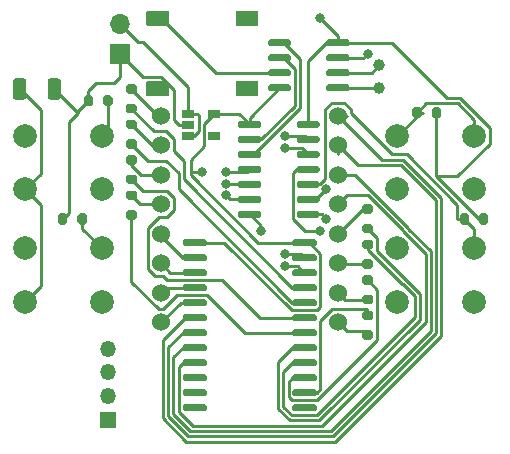
<source format=gtl>
G04 #@! TF.GenerationSoftware,KiCad,Pcbnew,5.1.10*
G04 #@! TF.CreationDate,2021-12-21T05:37:38-06:00*
G04 #@! TF.ProjectId,notawatch,6e6f7461-7761-4746-9368-2e6b69636164,rev?*
G04 #@! TF.SameCoordinates,Original*
G04 #@! TF.FileFunction,Copper,L1,Top*
G04 #@! TF.FilePolarity,Positive*
%FSLAX46Y46*%
G04 Gerber Fmt 4.6, Leading zero omitted, Abs format (unit mm)*
G04 Created by KiCad (PCBNEW 5.1.10) date 2021-12-21 05:37:38*
%MOMM*%
%LPD*%
G01*
G04 APERTURE LIST*
G04 #@! TA.AperFunction,SMDPad,CuDef*
%ADD10C,0.100000*%
G04 #@! TD*
G04 #@! TA.AperFunction,ComponentPad*
%ADD11O,1.350000X1.350000*%
G04 #@! TD*
G04 #@! TA.AperFunction,ComponentPad*
%ADD12R,1.350000X1.350000*%
G04 #@! TD*
G04 #@! TA.AperFunction,ComponentPad*
%ADD13C,1.000000*%
G04 #@! TD*
G04 #@! TA.AperFunction,ComponentPad*
%ADD14C,1.524000*%
G04 #@! TD*
G04 #@! TA.AperFunction,ComponentPad*
%ADD15C,2.000000*%
G04 #@! TD*
G04 #@! TA.AperFunction,SMDPad,CuDef*
%ADD16R,1.060000X0.650000*%
G04 #@! TD*
G04 #@! TA.AperFunction,ComponentPad*
%ADD17R,1.700000X1.700000*%
G04 #@! TD*
G04 #@! TA.AperFunction,ComponentPad*
%ADD18O,1.700000X1.700000*%
G04 #@! TD*
G04 #@! TA.AperFunction,ViaPad*
%ADD19C,0.800000*%
G04 #@! TD*
G04 #@! TA.AperFunction,Conductor*
%ADD20C,0.250000*%
G04 #@! TD*
G04 APERTURE END LIST*
G04 #@! TA.AperFunction,SMDPad,CuDef*
D10*
G36*
X152689755Y-91350961D02*
G01*
X152699134Y-91353806D01*
X152707779Y-91358427D01*
X152715355Y-91364645D01*
X152721573Y-91372221D01*
X152726194Y-91380866D01*
X152729039Y-91390245D01*
X152730000Y-91400000D01*
X152730000Y-92550000D01*
X152729039Y-92559755D01*
X152726194Y-92569134D01*
X152721573Y-92577779D01*
X152715355Y-92585355D01*
X152707779Y-92591573D01*
X152699134Y-92596194D01*
X152689755Y-92599039D01*
X152680000Y-92600000D01*
X150900000Y-92600000D01*
X150890245Y-92599039D01*
X150880866Y-92596194D01*
X150872221Y-92591573D01*
X150864645Y-92585355D01*
X150858427Y-92577779D01*
X150853806Y-92569134D01*
X150850961Y-92559755D01*
X150850000Y-92550000D01*
X150850000Y-91400000D01*
X150850961Y-91390245D01*
X150853806Y-91380866D01*
X150858427Y-91372221D01*
X150864645Y-91364645D01*
X150872221Y-91358427D01*
X150880866Y-91353806D01*
X150890245Y-91350961D01*
X150900000Y-91350000D01*
X152680000Y-91350000D01*
X152689755Y-91350961D01*
G37*
G04 #@! TD.AperFunction*
G04 #@! TA.AperFunction,SMDPad,CuDef*
G36*
X152689755Y-85400961D02*
G01*
X152699134Y-85403806D01*
X152707779Y-85408427D01*
X152715355Y-85414645D01*
X152721573Y-85422221D01*
X152726194Y-85430866D01*
X152729039Y-85440245D01*
X152730000Y-85450000D01*
X152730000Y-86600000D01*
X152729039Y-86609755D01*
X152726194Y-86619134D01*
X152721573Y-86627779D01*
X152715355Y-86635355D01*
X152707779Y-86641573D01*
X152699134Y-86646194D01*
X152689755Y-86649039D01*
X152680000Y-86650000D01*
X150900000Y-86650000D01*
X150890245Y-86649039D01*
X150880866Y-86646194D01*
X150872221Y-86641573D01*
X150864645Y-86635355D01*
X150858427Y-86627779D01*
X150853806Y-86619134D01*
X150850961Y-86609755D01*
X150850000Y-86600000D01*
X150850000Y-85450000D01*
X150850961Y-85440245D01*
X150853806Y-85430866D01*
X150858427Y-85422221D01*
X150864645Y-85414645D01*
X150872221Y-85408427D01*
X150880866Y-85403806D01*
X150890245Y-85400961D01*
X150900000Y-85400000D01*
X152680000Y-85400000D01*
X152689755Y-85400961D01*
G37*
G04 #@! TD.AperFunction*
G04 #@! TA.AperFunction,SMDPad,CuDef*
G36*
X145109755Y-91350961D02*
G01*
X145119134Y-91353806D01*
X145127779Y-91358427D01*
X145135355Y-91364645D01*
X145141573Y-91372221D01*
X145146194Y-91380866D01*
X145149039Y-91390245D01*
X145150000Y-91400000D01*
X145150000Y-92550000D01*
X145149039Y-92559755D01*
X145146194Y-92569134D01*
X145141573Y-92577779D01*
X145135355Y-92585355D01*
X145127779Y-92591573D01*
X145119134Y-92596194D01*
X145109755Y-92599039D01*
X145100000Y-92600000D01*
X143320000Y-92600000D01*
X143310245Y-92599039D01*
X143300866Y-92596194D01*
X143292221Y-92591573D01*
X143284645Y-92585355D01*
X143278427Y-92577779D01*
X143273806Y-92569134D01*
X143270961Y-92559755D01*
X143270000Y-92550000D01*
X143270000Y-91400000D01*
X143270961Y-91390245D01*
X143273806Y-91380866D01*
X143278427Y-91372221D01*
X143284645Y-91364645D01*
X143292221Y-91358427D01*
X143300866Y-91353806D01*
X143310245Y-91350961D01*
X143320000Y-91350000D01*
X145100000Y-91350000D01*
X145109755Y-91350961D01*
G37*
G04 #@! TD.AperFunction*
G04 #@! TA.AperFunction,SMDPad,CuDef*
G36*
X145109755Y-85400961D02*
G01*
X145119134Y-85403806D01*
X145127779Y-85408427D01*
X145135355Y-85414645D01*
X145141573Y-85422221D01*
X145146194Y-85430866D01*
X145149039Y-85440245D01*
X145150000Y-85450000D01*
X145150000Y-86600000D01*
X145149039Y-86609755D01*
X145146194Y-86619134D01*
X145141573Y-86627779D01*
X145135355Y-86635355D01*
X145127779Y-86641573D01*
X145119134Y-86646194D01*
X145109755Y-86649039D01*
X145100000Y-86650000D01*
X143320000Y-86650000D01*
X143310245Y-86649039D01*
X143300866Y-86646194D01*
X143292221Y-86641573D01*
X143284645Y-86635355D01*
X143278427Y-86627779D01*
X143273806Y-86619134D01*
X143270961Y-86609755D01*
X143270000Y-86600000D01*
X143270000Y-85450000D01*
X143270961Y-85440245D01*
X143273806Y-85430866D01*
X143278427Y-85422221D01*
X143284645Y-85414645D01*
X143292221Y-85408427D01*
X143300866Y-85403806D01*
X143310245Y-85400961D01*
X143320000Y-85400000D01*
X145100000Y-85400000D01*
X145109755Y-85400961D01*
G37*
G04 #@! TD.AperFunction*
G04 #@! TA.AperFunction,SMDPad,CuDef*
G36*
G01*
X131950000Y-92650001D02*
X131950000Y-91349999D01*
G75*
G02*
X132199999Y-91100000I249999J0D01*
G01*
X132850001Y-91100000D01*
G75*
G02*
X133100000Y-91349999I0J-249999D01*
G01*
X133100000Y-92650001D01*
G75*
G02*
X132850001Y-92900000I-249999J0D01*
G01*
X132199999Y-92900000D01*
G75*
G02*
X131950000Y-92650001I0J249999D01*
G01*
G37*
G04 #@! TD.AperFunction*
G04 #@! TA.AperFunction,SMDPad,CuDef*
G36*
G01*
X134900000Y-92650001D02*
X134900000Y-91349999D01*
G75*
G02*
X135149999Y-91100000I249999J0D01*
G01*
X135800001Y-91100000D01*
G75*
G02*
X136050000Y-91349999I0J-249999D01*
G01*
X136050000Y-92650001D01*
G75*
G02*
X135800001Y-92900000I-249999J0D01*
G01*
X135149999Y-92900000D01*
G75*
G02*
X134900000Y-92650001I0J249999D01*
G01*
G37*
G04 #@! TD.AperFunction*
D11*
X140000000Y-114000000D03*
X140000000Y-116000000D03*
X140000000Y-118000000D03*
D12*
X140000000Y-120000000D03*
G04 #@! TA.AperFunction,SMDPad,CuDef*
G36*
G01*
X155975000Y-95150000D02*
X155975000Y-94850000D01*
G75*
G02*
X156125000Y-94700000I150000J0D01*
G01*
X157775000Y-94700000D01*
G75*
G02*
X157925000Y-94850000I0J-150000D01*
G01*
X157925000Y-95150000D01*
G75*
G02*
X157775000Y-95300000I-150000J0D01*
G01*
X156125000Y-95300000D01*
G75*
G02*
X155975000Y-95150000I0J150000D01*
G01*
G37*
G04 #@! TD.AperFunction*
G04 #@! TA.AperFunction,SMDPad,CuDef*
G36*
G01*
X155975000Y-96420000D02*
X155975000Y-96120000D01*
G75*
G02*
X156125000Y-95970000I150000J0D01*
G01*
X157775000Y-95970000D01*
G75*
G02*
X157925000Y-96120000I0J-150000D01*
G01*
X157925000Y-96420000D01*
G75*
G02*
X157775000Y-96570000I-150000J0D01*
G01*
X156125000Y-96570000D01*
G75*
G02*
X155975000Y-96420000I0J150000D01*
G01*
G37*
G04 #@! TD.AperFunction*
G04 #@! TA.AperFunction,SMDPad,CuDef*
G36*
G01*
X155975000Y-97690000D02*
X155975000Y-97390000D01*
G75*
G02*
X156125000Y-97240000I150000J0D01*
G01*
X157775000Y-97240000D01*
G75*
G02*
X157925000Y-97390000I0J-150000D01*
G01*
X157925000Y-97690000D01*
G75*
G02*
X157775000Y-97840000I-150000J0D01*
G01*
X156125000Y-97840000D01*
G75*
G02*
X155975000Y-97690000I0J150000D01*
G01*
G37*
G04 #@! TD.AperFunction*
G04 #@! TA.AperFunction,SMDPad,CuDef*
G36*
G01*
X155975000Y-98960000D02*
X155975000Y-98660000D01*
G75*
G02*
X156125000Y-98510000I150000J0D01*
G01*
X157775000Y-98510000D01*
G75*
G02*
X157925000Y-98660000I0J-150000D01*
G01*
X157925000Y-98960000D01*
G75*
G02*
X157775000Y-99110000I-150000J0D01*
G01*
X156125000Y-99110000D01*
G75*
G02*
X155975000Y-98960000I0J150000D01*
G01*
G37*
G04 #@! TD.AperFunction*
G04 #@! TA.AperFunction,SMDPad,CuDef*
G36*
G01*
X155975000Y-100230000D02*
X155975000Y-99930000D01*
G75*
G02*
X156125000Y-99780000I150000J0D01*
G01*
X157775000Y-99780000D01*
G75*
G02*
X157925000Y-99930000I0J-150000D01*
G01*
X157925000Y-100230000D01*
G75*
G02*
X157775000Y-100380000I-150000J0D01*
G01*
X156125000Y-100380000D01*
G75*
G02*
X155975000Y-100230000I0J150000D01*
G01*
G37*
G04 #@! TD.AperFunction*
G04 #@! TA.AperFunction,SMDPad,CuDef*
G36*
G01*
X155975000Y-101500000D02*
X155975000Y-101200000D01*
G75*
G02*
X156125000Y-101050000I150000J0D01*
G01*
X157775000Y-101050000D01*
G75*
G02*
X157925000Y-101200000I0J-150000D01*
G01*
X157925000Y-101500000D01*
G75*
G02*
X157775000Y-101650000I-150000J0D01*
G01*
X156125000Y-101650000D01*
G75*
G02*
X155975000Y-101500000I0J150000D01*
G01*
G37*
G04 #@! TD.AperFunction*
G04 #@! TA.AperFunction,SMDPad,CuDef*
G36*
G01*
X155975000Y-102770000D02*
X155975000Y-102470000D01*
G75*
G02*
X156125000Y-102320000I150000J0D01*
G01*
X157775000Y-102320000D01*
G75*
G02*
X157925000Y-102470000I0J-150000D01*
G01*
X157925000Y-102770000D01*
G75*
G02*
X157775000Y-102920000I-150000J0D01*
G01*
X156125000Y-102920000D01*
G75*
G02*
X155975000Y-102770000I0J150000D01*
G01*
G37*
G04 #@! TD.AperFunction*
G04 #@! TA.AperFunction,SMDPad,CuDef*
G36*
G01*
X151025000Y-102770000D02*
X151025000Y-102470000D01*
G75*
G02*
X151175000Y-102320000I150000J0D01*
G01*
X152825000Y-102320000D01*
G75*
G02*
X152975000Y-102470000I0J-150000D01*
G01*
X152975000Y-102770000D01*
G75*
G02*
X152825000Y-102920000I-150000J0D01*
G01*
X151175000Y-102920000D01*
G75*
G02*
X151025000Y-102770000I0J150000D01*
G01*
G37*
G04 #@! TD.AperFunction*
G04 #@! TA.AperFunction,SMDPad,CuDef*
G36*
G01*
X151025000Y-101500000D02*
X151025000Y-101200000D01*
G75*
G02*
X151175000Y-101050000I150000J0D01*
G01*
X152825000Y-101050000D01*
G75*
G02*
X152975000Y-101200000I0J-150000D01*
G01*
X152975000Y-101500000D01*
G75*
G02*
X152825000Y-101650000I-150000J0D01*
G01*
X151175000Y-101650000D01*
G75*
G02*
X151025000Y-101500000I0J150000D01*
G01*
G37*
G04 #@! TD.AperFunction*
G04 #@! TA.AperFunction,SMDPad,CuDef*
G36*
G01*
X151025000Y-100230000D02*
X151025000Y-99930000D01*
G75*
G02*
X151175000Y-99780000I150000J0D01*
G01*
X152825000Y-99780000D01*
G75*
G02*
X152975000Y-99930000I0J-150000D01*
G01*
X152975000Y-100230000D01*
G75*
G02*
X152825000Y-100380000I-150000J0D01*
G01*
X151175000Y-100380000D01*
G75*
G02*
X151025000Y-100230000I0J150000D01*
G01*
G37*
G04 #@! TD.AperFunction*
G04 #@! TA.AperFunction,SMDPad,CuDef*
G36*
G01*
X151025000Y-98960000D02*
X151025000Y-98660000D01*
G75*
G02*
X151175000Y-98510000I150000J0D01*
G01*
X152825000Y-98510000D01*
G75*
G02*
X152975000Y-98660000I0J-150000D01*
G01*
X152975000Y-98960000D01*
G75*
G02*
X152825000Y-99110000I-150000J0D01*
G01*
X151175000Y-99110000D01*
G75*
G02*
X151025000Y-98960000I0J150000D01*
G01*
G37*
G04 #@! TD.AperFunction*
G04 #@! TA.AperFunction,SMDPad,CuDef*
G36*
G01*
X151025000Y-97690000D02*
X151025000Y-97390000D01*
G75*
G02*
X151175000Y-97240000I150000J0D01*
G01*
X152825000Y-97240000D01*
G75*
G02*
X152975000Y-97390000I0J-150000D01*
G01*
X152975000Y-97690000D01*
G75*
G02*
X152825000Y-97840000I-150000J0D01*
G01*
X151175000Y-97840000D01*
G75*
G02*
X151025000Y-97690000I0J150000D01*
G01*
G37*
G04 #@! TD.AperFunction*
G04 #@! TA.AperFunction,SMDPad,CuDef*
G36*
G01*
X151025000Y-96420000D02*
X151025000Y-96120000D01*
G75*
G02*
X151175000Y-95970000I150000J0D01*
G01*
X152825000Y-95970000D01*
G75*
G02*
X152975000Y-96120000I0J-150000D01*
G01*
X152975000Y-96420000D01*
G75*
G02*
X152825000Y-96570000I-150000J0D01*
G01*
X151175000Y-96570000D01*
G75*
G02*
X151025000Y-96420000I0J150000D01*
G01*
G37*
G04 #@! TD.AperFunction*
G04 #@! TA.AperFunction,SMDPad,CuDef*
G36*
G01*
X151025000Y-95150000D02*
X151025000Y-94850000D01*
G75*
G02*
X151175000Y-94700000I150000J0D01*
G01*
X152825000Y-94700000D01*
G75*
G02*
X152975000Y-94850000I0J-150000D01*
G01*
X152975000Y-95150000D01*
G75*
G02*
X152825000Y-95300000I-150000J0D01*
G01*
X151175000Y-95300000D01*
G75*
G02*
X151025000Y-95150000I0J150000D01*
G01*
G37*
G04 #@! TD.AperFunction*
D13*
X163000000Y-90000000D03*
X163000000Y-91900000D03*
D14*
X159500000Y-111750000D03*
X159500000Y-109250000D03*
X159500000Y-106750000D03*
X159500000Y-104250000D03*
X159500000Y-94250000D03*
X159500000Y-96750000D03*
X159500000Y-99250000D03*
X159500000Y-101750000D03*
X144500000Y-111750000D03*
X144500000Y-109250000D03*
X144500000Y-106750000D03*
X144500000Y-94250000D03*
X144500000Y-96750000D03*
X144500000Y-99250000D03*
X144500000Y-104250000D03*
X144500000Y-101750000D03*
G04 #@! TA.AperFunction,SMDPad,CuDef*
G36*
G01*
X155625000Y-105165000D02*
X155625000Y-104865000D01*
G75*
G02*
X155775000Y-104715000I150000J0D01*
G01*
X157525000Y-104715000D01*
G75*
G02*
X157675000Y-104865000I0J-150000D01*
G01*
X157675000Y-105165000D01*
G75*
G02*
X157525000Y-105315000I-150000J0D01*
G01*
X155775000Y-105315000D01*
G75*
G02*
X155625000Y-105165000I0J150000D01*
G01*
G37*
G04 #@! TD.AperFunction*
G04 #@! TA.AperFunction,SMDPad,CuDef*
G36*
G01*
X155625000Y-106435000D02*
X155625000Y-106135000D01*
G75*
G02*
X155775000Y-105985000I150000J0D01*
G01*
X157525000Y-105985000D01*
G75*
G02*
X157675000Y-106135000I0J-150000D01*
G01*
X157675000Y-106435000D01*
G75*
G02*
X157525000Y-106585000I-150000J0D01*
G01*
X155775000Y-106585000D01*
G75*
G02*
X155625000Y-106435000I0J150000D01*
G01*
G37*
G04 #@! TD.AperFunction*
G04 #@! TA.AperFunction,SMDPad,CuDef*
G36*
G01*
X155625000Y-107705000D02*
X155625000Y-107405000D01*
G75*
G02*
X155775000Y-107255000I150000J0D01*
G01*
X157525000Y-107255000D01*
G75*
G02*
X157675000Y-107405000I0J-150000D01*
G01*
X157675000Y-107705000D01*
G75*
G02*
X157525000Y-107855000I-150000J0D01*
G01*
X155775000Y-107855000D01*
G75*
G02*
X155625000Y-107705000I0J150000D01*
G01*
G37*
G04 #@! TD.AperFunction*
G04 #@! TA.AperFunction,SMDPad,CuDef*
G36*
G01*
X155625000Y-108975000D02*
X155625000Y-108675000D01*
G75*
G02*
X155775000Y-108525000I150000J0D01*
G01*
X157525000Y-108525000D01*
G75*
G02*
X157675000Y-108675000I0J-150000D01*
G01*
X157675000Y-108975000D01*
G75*
G02*
X157525000Y-109125000I-150000J0D01*
G01*
X155775000Y-109125000D01*
G75*
G02*
X155625000Y-108975000I0J150000D01*
G01*
G37*
G04 #@! TD.AperFunction*
G04 #@! TA.AperFunction,SMDPad,CuDef*
G36*
G01*
X155625000Y-110245000D02*
X155625000Y-109945000D01*
G75*
G02*
X155775000Y-109795000I150000J0D01*
G01*
X157525000Y-109795000D01*
G75*
G02*
X157675000Y-109945000I0J-150000D01*
G01*
X157675000Y-110245000D01*
G75*
G02*
X157525000Y-110395000I-150000J0D01*
G01*
X155775000Y-110395000D01*
G75*
G02*
X155625000Y-110245000I0J150000D01*
G01*
G37*
G04 #@! TD.AperFunction*
G04 #@! TA.AperFunction,SMDPad,CuDef*
G36*
G01*
X155625000Y-111515000D02*
X155625000Y-111215000D01*
G75*
G02*
X155775000Y-111065000I150000J0D01*
G01*
X157525000Y-111065000D01*
G75*
G02*
X157675000Y-111215000I0J-150000D01*
G01*
X157675000Y-111515000D01*
G75*
G02*
X157525000Y-111665000I-150000J0D01*
G01*
X155775000Y-111665000D01*
G75*
G02*
X155625000Y-111515000I0J150000D01*
G01*
G37*
G04 #@! TD.AperFunction*
G04 #@! TA.AperFunction,SMDPad,CuDef*
G36*
G01*
X155625000Y-112785000D02*
X155625000Y-112485000D01*
G75*
G02*
X155775000Y-112335000I150000J0D01*
G01*
X157525000Y-112335000D01*
G75*
G02*
X157675000Y-112485000I0J-150000D01*
G01*
X157675000Y-112785000D01*
G75*
G02*
X157525000Y-112935000I-150000J0D01*
G01*
X155775000Y-112935000D01*
G75*
G02*
X155625000Y-112785000I0J150000D01*
G01*
G37*
G04 #@! TD.AperFunction*
G04 #@! TA.AperFunction,SMDPad,CuDef*
G36*
G01*
X155625000Y-114055000D02*
X155625000Y-113755000D01*
G75*
G02*
X155775000Y-113605000I150000J0D01*
G01*
X157525000Y-113605000D01*
G75*
G02*
X157675000Y-113755000I0J-150000D01*
G01*
X157675000Y-114055000D01*
G75*
G02*
X157525000Y-114205000I-150000J0D01*
G01*
X155775000Y-114205000D01*
G75*
G02*
X155625000Y-114055000I0J150000D01*
G01*
G37*
G04 #@! TD.AperFunction*
G04 #@! TA.AperFunction,SMDPad,CuDef*
G36*
G01*
X155625000Y-115325000D02*
X155625000Y-115025000D01*
G75*
G02*
X155775000Y-114875000I150000J0D01*
G01*
X157525000Y-114875000D01*
G75*
G02*
X157675000Y-115025000I0J-150000D01*
G01*
X157675000Y-115325000D01*
G75*
G02*
X157525000Y-115475000I-150000J0D01*
G01*
X155775000Y-115475000D01*
G75*
G02*
X155625000Y-115325000I0J150000D01*
G01*
G37*
G04 #@! TD.AperFunction*
G04 #@! TA.AperFunction,SMDPad,CuDef*
G36*
G01*
X155625000Y-116595000D02*
X155625000Y-116295000D01*
G75*
G02*
X155775000Y-116145000I150000J0D01*
G01*
X157525000Y-116145000D01*
G75*
G02*
X157675000Y-116295000I0J-150000D01*
G01*
X157675000Y-116595000D01*
G75*
G02*
X157525000Y-116745000I-150000J0D01*
G01*
X155775000Y-116745000D01*
G75*
G02*
X155625000Y-116595000I0J150000D01*
G01*
G37*
G04 #@! TD.AperFunction*
G04 #@! TA.AperFunction,SMDPad,CuDef*
G36*
G01*
X155625000Y-117865000D02*
X155625000Y-117565000D01*
G75*
G02*
X155775000Y-117415000I150000J0D01*
G01*
X157525000Y-117415000D01*
G75*
G02*
X157675000Y-117565000I0J-150000D01*
G01*
X157675000Y-117865000D01*
G75*
G02*
X157525000Y-118015000I-150000J0D01*
G01*
X155775000Y-118015000D01*
G75*
G02*
X155625000Y-117865000I0J150000D01*
G01*
G37*
G04 #@! TD.AperFunction*
G04 #@! TA.AperFunction,SMDPad,CuDef*
G36*
G01*
X155625000Y-119135000D02*
X155625000Y-118835000D01*
G75*
G02*
X155775000Y-118685000I150000J0D01*
G01*
X157525000Y-118685000D01*
G75*
G02*
X157675000Y-118835000I0J-150000D01*
G01*
X157675000Y-119135000D01*
G75*
G02*
X157525000Y-119285000I-150000J0D01*
G01*
X155775000Y-119285000D01*
G75*
G02*
X155625000Y-119135000I0J150000D01*
G01*
G37*
G04 #@! TD.AperFunction*
G04 #@! TA.AperFunction,SMDPad,CuDef*
G36*
G01*
X146325000Y-119135000D02*
X146325000Y-118835000D01*
G75*
G02*
X146475000Y-118685000I150000J0D01*
G01*
X148225000Y-118685000D01*
G75*
G02*
X148375000Y-118835000I0J-150000D01*
G01*
X148375000Y-119135000D01*
G75*
G02*
X148225000Y-119285000I-150000J0D01*
G01*
X146475000Y-119285000D01*
G75*
G02*
X146325000Y-119135000I0J150000D01*
G01*
G37*
G04 #@! TD.AperFunction*
G04 #@! TA.AperFunction,SMDPad,CuDef*
G36*
G01*
X146325000Y-117865000D02*
X146325000Y-117565000D01*
G75*
G02*
X146475000Y-117415000I150000J0D01*
G01*
X148225000Y-117415000D01*
G75*
G02*
X148375000Y-117565000I0J-150000D01*
G01*
X148375000Y-117865000D01*
G75*
G02*
X148225000Y-118015000I-150000J0D01*
G01*
X146475000Y-118015000D01*
G75*
G02*
X146325000Y-117865000I0J150000D01*
G01*
G37*
G04 #@! TD.AperFunction*
G04 #@! TA.AperFunction,SMDPad,CuDef*
G36*
G01*
X146325000Y-116595000D02*
X146325000Y-116295000D01*
G75*
G02*
X146475000Y-116145000I150000J0D01*
G01*
X148225000Y-116145000D01*
G75*
G02*
X148375000Y-116295000I0J-150000D01*
G01*
X148375000Y-116595000D01*
G75*
G02*
X148225000Y-116745000I-150000J0D01*
G01*
X146475000Y-116745000D01*
G75*
G02*
X146325000Y-116595000I0J150000D01*
G01*
G37*
G04 #@! TD.AperFunction*
G04 #@! TA.AperFunction,SMDPad,CuDef*
G36*
G01*
X146325000Y-115325000D02*
X146325000Y-115025000D01*
G75*
G02*
X146475000Y-114875000I150000J0D01*
G01*
X148225000Y-114875000D01*
G75*
G02*
X148375000Y-115025000I0J-150000D01*
G01*
X148375000Y-115325000D01*
G75*
G02*
X148225000Y-115475000I-150000J0D01*
G01*
X146475000Y-115475000D01*
G75*
G02*
X146325000Y-115325000I0J150000D01*
G01*
G37*
G04 #@! TD.AperFunction*
G04 #@! TA.AperFunction,SMDPad,CuDef*
G36*
G01*
X146325000Y-114055000D02*
X146325000Y-113755000D01*
G75*
G02*
X146475000Y-113605000I150000J0D01*
G01*
X148225000Y-113605000D01*
G75*
G02*
X148375000Y-113755000I0J-150000D01*
G01*
X148375000Y-114055000D01*
G75*
G02*
X148225000Y-114205000I-150000J0D01*
G01*
X146475000Y-114205000D01*
G75*
G02*
X146325000Y-114055000I0J150000D01*
G01*
G37*
G04 #@! TD.AperFunction*
G04 #@! TA.AperFunction,SMDPad,CuDef*
G36*
G01*
X146325000Y-112785000D02*
X146325000Y-112485000D01*
G75*
G02*
X146475000Y-112335000I150000J0D01*
G01*
X148225000Y-112335000D01*
G75*
G02*
X148375000Y-112485000I0J-150000D01*
G01*
X148375000Y-112785000D01*
G75*
G02*
X148225000Y-112935000I-150000J0D01*
G01*
X146475000Y-112935000D01*
G75*
G02*
X146325000Y-112785000I0J150000D01*
G01*
G37*
G04 #@! TD.AperFunction*
G04 #@! TA.AperFunction,SMDPad,CuDef*
G36*
G01*
X146325000Y-111515000D02*
X146325000Y-111215000D01*
G75*
G02*
X146475000Y-111065000I150000J0D01*
G01*
X148225000Y-111065000D01*
G75*
G02*
X148375000Y-111215000I0J-150000D01*
G01*
X148375000Y-111515000D01*
G75*
G02*
X148225000Y-111665000I-150000J0D01*
G01*
X146475000Y-111665000D01*
G75*
G02*
X146325000Y-111515000I0J150000D01*
G01*
G37*
G04 #@! TD.AperFunction*
G04 #@! TA.AperFunction,SMDPad,CuDef*
G36*
G01*
X146325000Y-110245000D02*
X146325000Y-109945000D01*
G75*
G02*
X146475000Y-109795000I150000J0D01*
G01*
X148225000Y-109795000D01*
G75*
G02*
X148375000Y-109945000I0J-150000D01*
G01*
X148375000Y-110245000D01*
G75*
G02*
X148225000Y-110395000I-150000J0D01*
G01*
X146475000Y-110395000D01*
G75*
G02*
X146325000Y-110245000I0J150000D01*
G01*
G37*
G04 #@! TD.AperFunction*
G04 #@! TA.AperFunction,SMDPad,CuDef*
G36*
G01*
X146325000Y-108975000D02*
X146325000Y-108675000D01*
G75*
G02*
X146475000Y-108525000I150000J0D01*
G01*
X148225000Y-108525000D01*
G75*
G02*
X148375000Y-108675000I0J-150000D01*
G01*
X148375000Y-108975000D01*
G75*
G02*
X148225000Y-109125000I-150000J0D01*
G01*
X146475000Y-109125000D01*
G75*
G02*
X146325000Y-108975000I0J150000D01*
G01*
G37*
G04 #@! TD.AperFunction*
G04 #@! TA.AperFunction,SMDPad,CuDef*
G36*
G01*
X146325000Y-107705000D02*
X146325000Y-107405000D01*
G75*
G02*
X146475000Y-107255000I150000J0D01*
G01*
X148225000Y-107255000D01*
G75*
G02*
X148375000Y-107405000I0J-150000D01*
G01*
X148375000Y-107705000D01*
G75*
G02*
X148225000Y-107855000I-150000J0D01*
G01*
X146475000Y-107855000D01*
G75*
G02*
X146325000Y-107705000I0J150000D01*
G01*
G37*
G04 #@! TD.AperFunction*
G04 #@! TA.AperFunction,SMDPad,CuDef*
G36*
G01*
X146325000Y-106435000D02*
X146325000Y-106135000D01*
G75*
G02*
X146475000Y-105985000I150000J0D01*
G01*
X148225000Y-105985000D01*
G75*
G02*
X148375000Y-106135000I0J-150000D01*
G01*
X148375000Y-106435000D01*
G75*
G02*
X148225000Y-106585000I-150000J0D01*
G01*
X146475000Y-106585000D01*
G75*
G02*
X146325000Y-106435000I0J150000D01*
G01*
G37*
G04 #@! TD.AperFunction*
G04 #@! TA.AperFunction,SMDPad,CuDef*
G36*
G01*
X146325000Y-105165000D02*
X146325000Y-104865000D01*
G75*
G02*
X146475000Y-104715000I150000J0D01*
G01*
X148225000Y-104715000D01*
G75*
G02*
X148375000Y-104865000I0J-150000D01*
G01*
X148375000Y-105165000D01*
G75*
G02*
X148225000Y-105315000I-150000J0D01*
G01*
X146475000Y-105315000D01*
G75*
G02*
X146325000Y-105165000I0J150000D01*
G01*
G37*
G04 #@! TD.AperFunction*
G04 #@! TA.AperFunction,SMDPad,CuDef*
G36*
G01*
X160450000Y-91755000D02*
X160450000Y-92055000D01*
G75*
G02*
X160300000Y-92205000I-150000J0D01*
G01*
X158650000Y-92205000D01*
G75*
G02*
X158500000Y-92055000I0J150000D01*
G01*
X158500000Y-91755000D01*
G75*
G02*
X158650000Y-91605000I150000J0D01*
G01*
X160300000Y-91605000D01*
G75*
G02*
X160450000Y-91755000I0J-150000D01*
G01*
G37*
G04 #@! TD.AperFunction*
G04 #@! TA.AperFunction,SMDPad,CuDef*
G36*
G01*
X160450000Y-90485000D02*
X160450000Y-90785000D01*
G75*
G02*
X160300000Y-90935000I-150000J0D01*
G01*
X158650000Y-90935000D01*
G75*
G02*
X158500000Y-90785000I0J150000D01*
G01*
X158500000Y-90485000D01*
G75*
G02*
X158650000Y-90335000I150000J0D01*
G01*
X160300000Y-90335000D01*
G75*
G02*
X160450000Y-90485000I0J-150000D01*
G01*
G37*
G04 #@! TD.AperFunction*
G04 #@! TA.AperFunction,SMDPad,CuDef*
G36*
G01*
X160450000Y-89215000D02*
X160450000Y-89515000D01*
G75*
G02*
X160300000Y-89665000I-150000J0D01*
G01*
X158650000Y-89665000D01*
G75*
G02*
X158500000Y-89515000I0J150000D01*
G01*
X158500000Y-89215000D01*
G75*
G02*
X158650000Y-89065000I150000J0D01*
G01*
X160300000Y-89065000D01*
G75*
G02*
X160450000Y-89215000I0J-150000D01*
G01*
G37*
G04 #@! TD.AperFunction*
G04 #@! TA.AperFunction,SMDPad,CuDef*
G36*
G01*
X160450000Y-87945000D02*
X160450000Y-88245000D01*
G75*
G02*
X160300000Y-88395000I-150000J0D01*
G01*
X158650000Y-88395000D01*
G75*
G02*
X158500000Y-88245000I0J150000D01*
G01*
X158500000Y-87945000D01*
G75*
G02*
X158650000Y-87795000I150000J0D01*
G01*
X160300000Y-87795000D01*
G75*
G02*
X160450000Y-87945000I0J-150000D01*
G01*
G37*
G04 #@! TD.AperFunction*
G04 #@! TA.AperFunction,SMDPad,CuDef*
G36*
G01*
X155500000Y-87945000D02*
X155500000Y-88245000D01*
G75*
G02*
X155350000Y-88395000I-150000J0D01*
G01*
X153700000Y-88395000D01*
G75*
G02*
X153550000Y-88245000I0J150000D01*
G01*
X153550000Y-87945000D01*
G75*
G02*
X153700000Y-87795000I150000J0D01*
G01*
X155350000Y-87795000D01*
G75*
G02*
X155500000Y-87945000I0J-150000D01*
G01*
G37*
G04 #@! TD.AperFunction*
G04 #@! TA.AperFunction,SMDPad,CuDef*
G36*
G01*
X155500000Y-89215000D02*
X155500000Y-89515000D01*
G75*
G02*
X155350000Y-89665000I-150000J0D01*
G01*
X153700000Y-89665000D01*
G75*
G02*
X153550000Y-89515000I0J150000D01*
G01*
X153550000Y-89215000D01*
G75*
G02*
X153700000Y-89065000I150000J0D01*
G01*
X155350000Y-89065000D01*
G75*
G02*
X155500000Y-89215000I0J-150000D01*
G01*
G37*
G04 #@! TD.AperFunction*
G04 #@! TA.AperFunction,SMDPad,CuDef*
G36*
G01*
X155500000Y-90485000D02*
X155500000Y-90785000D01*
G75*
G02*
X155350000Y-90935000I-150000J0D01*
G01*
X153700000Y-90935000D01*
G75*
G02*
X153550000Y-90785000I0J150000D01*
G01*
X153550000Y-90485000D01*
G75*
G02*
X153700000Y-90335000I150000J0D01*
G01*
X155350000Y-90335000D01*
G75*
G02*
X155500000Y-90485000I0J-150000D01*
G01*
G37*
G04 #@! TD.AperFunction*
G04 #@! TA.AperFunction,SMDPad,CuDef*
G36*
G01*
X155500000Y-91755000D02*
X155500000Y-92055000D01*
G75*
G02*
X155350000Y-92205000I-150000J0D01*
G01*
X153700000Y-92205000D01*
G75*
G02*
X153550000Y-92055000I0J150000D01*
G01*
X153550000Y-91755000D01*
G75*
G02*
X153700000Y-91605000I150000J0D01*
G01*
X155350000Y-91605000D01*
G75*
G02*
X155500000Y-91755000I0J-150000D01*
G01*
G37*
G04 #@! TD.AperFunction*
D15*
X171000000Y-105500000D03*
X171000000Y-110000000D03*
X164500000Y-105500000D03*
X164500000Y-110000000D03*
X171000000Y-96000000D03*
X171000000Y-100500000D03*
X164500000Y-96000000D03*
X164500000Y-100500000D03*
X139500000Y-105500000D03*
X139500000Y-110000000D03*
X133000000Y-105500000D03*
X133000000Y-110000000D03*
X139500000Y-96000000D03*
X139500000Y-100500000D03*
X133000000Y-96000000D03*
X133000000Y-100500000D03*
D16*
X146800000Y-94100000D03*
X146800000Y-95050000D03*
X146800000Y-96000000D03*
X149000000Y-96000000D03*
X149000000Y-94100000D03*
D17*
X141000000Y-89000000D03*
D18*
X141000000Y-86460000D03*
G04 #@! TA.AperFunction,SMDPad,CuDef*
G36*
G01*
X135775000Y-103275000D02*
X135775000Y-102725000D01*
G75*
G02*
X135975000Y-102525000I200000J0D01*
G01*
X136375000Y-102525000D01*
G75*
G02*
X136575000Y-102725000I0J-200000D01*
G01*
X136575000Y-103275000D01*
G75*
G02*
X136375000Y-103475000I-200000J0D01*
G01*
X135975000Y-103475000D01*
G75*
G02*
X135775000Y-103275000I0J200000D01*
G01*
G37*
G04 #@! TD.AperFunction*
G04 #@! TA.AperFunction,SMDPad,CuDef*
G36*
G01*
X137425000Y-103275000D02*
X137425000Y-102725000D01*
G75*
G02*
X137625000Y-102525000I200000J0D01*
G01*
X138025000Y-102525000D01*
G75*
G02*
X138225000Y-102725000I0J-200000D01*
G01*
X138225000Y-103275000D01*
G75*
G02*
X138025000Y-103475000I-200000J0D01*
G01*
X137625000Y-103475000D01*
G75*
G02*
X137425000Y-103275000I0J200000D01*
G01*
G37*
G04 #@! TD.AperFunction*
G04 #@! TA.AperFunction,SMDPad,CuDef*
G36*
G01*
X137950000Y-93275000D02*
X137950000Y-92725000D01*
G75*
G02*
X138150000Y-92525000I200000J0D01*
G01*
X138550000Y-92525000D01*
G75*
G02*
X138750000Y-92725000I0J-200000D01*
G01*
X138750000Y-93275000D01*
G75*
G02*
X138550000Y-93475000I-200000J0D01*
G01*
X138150000Y-93475000D01*
G75*
G02*
X137950000Y-93275000I0J200000D01*
G01*
G37*
G04 #@! TD.AperFunction*
G04 #@! TA.AperFunction,SMDPad,CuDef*
G36*
G01*
X139600000Y-93275000D02*
X139600000Y-92725000D01*
G75*
G02*
X139800000Y-92525000I200000J0D01*
G01*
X140200000Y-92525000D01*
G75*
G02*
X140400000Y-92725000I0J-200000D01*
G01*
X140400000Y-93275000D01*
G75*
G02*
X140200000Y-93475000I-200000J0D01*
G01*
X139800000Y-93475000D01*
G75*
G02*
X139600000Y-93275000I0J200000D01*
G01*
G37*
G04 #@! TD.AperFunction*
G04 #@! TA.AperFunction,SMDPad,CuDef*
G36*
G01*
X166575000Y-93725000D02*
X166575000Y-94275000D01*
G75*
G02*
X166375000Y-94475000I-200000J0D01*
G01*
X165975000Y-94475000D01*
G75*
G02*
X165775000Y-94275000I0J200000D01*
G01*
X165775000Y-93725000D01*
G75*
G02*
X165975000Y-93525000I200000J0D01*
G01*
X166375000Y-93525000D01*
G75*
G02*
X166575000Y-93725000I0J-200000D01*
G01*
G37*
G04 #@! TD.AperFunction*
G04 #@! TA.AperFunction,SMDPad,CuDef*
G36*
G01*
X168225000Y-93725000D02*
X168225000Y-94275000D01*
G75*
G02*
X168025000Y-94475000I-200000J0D01*
G01*
X167625000Y-94475000D01*
G75*
G02*
X167425000Y-94275000I0J200000D01*
G01*
X167425000Y-93725000D01*
G75*
G02*
X167625000Y-93525000I200000J0D01*
G01*
X168025000Y-93525000D01*
G75*
G02*
X168225000Y-93725000I0J-200000D01*
G01*
G37*
G04 #@! TD.AperFunction*
G04 #@! TA.AperFunction,SMDPad,CuDef*
G36*
G01*
X170575000Y-102725000D02*
X170575000Y-103275000D01*
G75*
G02*
X170375000Y-103475000I-200000J0D01*
G01*
X169975000Y-103475000D01*
G75*
G02*
X169775000Y-103275000I0J200000D01*
G01*
X169775000Y-102725000D01*
G75*
G02*
X169975000Y-102525000I200000J0D01*
G01*
X170375000Y-102525000D01*
G75*
G02*
X170575000Y-102725000I0J-200000D01*
G01*
G37*
G04 #@! TD.AperFunction*
G04 #@! TA.AperFunction,SMDPad,CuDef*
G36*
G01*
X172225000Y-102725000D02*
X172225000Y-103275000D01*
G75*
G02*
X172025000Y-103475000I-200000J0D01*
G01*
X171625000Y-103475000D01*
G75*
G02*
X171425000Y-103275000I0J200000D01*
G01*
X171425000Y-102725000D01*
G75*
G02*
X171625000Y-102525000I200000J0D01*
G01*
X172025000Y-102525000D01*
G75*
G02*
X172225000Y-102725000I0J-200000D01*
G01*
G37*
G04 #@! TD.AperFunction*
G04 #@! TA.AperFunction,SMDPad,CuDef*
G36*
G01*
X141725000Y-94600000D02*
X142275000Y-94600000D01*
G75*
G02*
X142475000Y-94800000I0J-200000D01*
G01*
X142475000Y-95200000D01*
G75*
G02*
X142275000Y-95400000I-200000J0D01*
G01*
X141725000Y-95400000D01*
G75*
G02*
X141525000Y-95200000I0J200000D01*
G01*
X141525000Y-94800000D01*
G75*
G02*
X141725000Y-94600000I200000J0D01*
G01*
G37*
G04 #@! TD.AperFunction*
G04 #@! TA.AperFunction,SMDPad,CuDef*
G36*
G01*
X141725000Y-96250000D02*
X142275000Y-96250000D01*
G75*
G02*
X142475000Y-96450000I0J-200000D01*
G01*
X142475000Y-96850000D01*
G75*
G02*
X142275000Y-97050000I-200000J0D01*
G01*
X141725000Y-97050000D01*
G75*
G02*
X141525000Y-96850000I0J200000D01*
G01*
X141525000Y-96450000D01*
G75*
G02*
X141725000Y-96250000I200000J0D01*
G01*
G37*
G04 #@! TD.AperFunction*
G04 #@! TA.AperFunction,SMDPad,CuDef*
G36*
G01*
X141725000Y-100600000D02*
X142275000Y-100600000D01*
G75*
G02*
X142475000Y-100800000I0J-200000D01*
G01*
X142475000Y-101200000D01*
G75*
G02*
X142275000Y-101400000I-200000J0D01*
G01*
X141725000Y-101400000D01*
G75*
G02*
X141525000Y-101200000I0J200000D01*
G01*
X141525000Y-100800000D01*
G75*
G02*
X141725000Y-100600000I200000J0D01*
G01*
G37*
G04 #@! TD.AperFunction*
G04 #@! TA.AperFunction,SMDPad,CuDef*
G36*
G01*
X141725000Y-102250000D02*
X142275000Y-102250000D01*
G75*
G02*
X142475000Y-102450000I0J-200000D01*
G01*
X142475000Y-102850000D01*
G75*
G02*
X142275000Y-103050000I-200000J0D01*
G01*
X141725000Y-103050000D01*
G75*
G02*
X141525000Y-102850000I0J200000D01*
G01*
X141525000Y-102450000D01*
G75*
G02*
X141725000Y-102250000I200000J0D01*
G01*
G37*
G04 #@! TD.AperFunction*
G04 #@! TA.AperFunction,SMDPad,CuDef*
G36*
G01*
X141725000Y-93250000D02*
X142275000Y-93250000D01*
G75*
G02*
X142475000Y-93450000I0J-200000D01*
G01*
X142475000Y-93850000D01*
G75*
G02*
X142275000Y-94050000I-200000J0D01*
G01*
X141725000Y-94050000D01*
G75*
G02*
X141525000Y-93850000I0J200000D01*
G01*
X141525000Y-93450000D01*
G75*
G02*
X141725000Y-93250000I200000J0D01*
G01*
G37*
G04 #@! TD.AperFunction*
G04 #@! TA.AperFunction,SMDPad,CuDef*
G36*
G01*
X141725000Y-91600000D02*
X142275000Y-91600000D01*
G75*
G02*
X142475000Y-91800000I0J-200000D01*
G01*
X142475000Y-92200000D01*
G75*
G02*
X142275000Y-92400000I-200000J0D01*
G01*
X141725000Y-92400000D01*
G75*
G02*
X141525000Y-92200000I0J200000D01*
G01*
X141525000Y-91800000D01*
G75*
G02*
X141725000Y-91600000I200000J0D01*
G01*
G37*
G04 #@! TD.AperFunction*
G04 #@! TA.AperFunction,SMDPad,CuDef*
G36*
G01*
X141725000Y-99250000D02*
X142275000Y-99250000D01*
G75*
G02*
X142475000Y-99450000I0J-200000D01*
G01*
X142475000Y-99850000D01*
G75*
G02*
X142275000Y-100050000I-200000J0D01*
G01*
X141725000Y-100050000D01*
G75*
G02*
X141525000Y-99850000I0J200000D01*
G01*
X141525000Y-99450000D01*
G75*
G02*
X141725000Y-99250000I200000J0D01*
G01*
G37*
G04 #@! TD.AperFunction*
G04 #@! TA.AperFunction,SMDPad,CuDef*
G36*
G01*
X141725000Y-97600000D02*
X142275000Y-97600000D01*
G75*
G02*
X142475000Y-97800000I0J-200000D01*
G01*
X142475000Y-98200000D01*
G75*
G02*
X142275000Y-98400000I-200000J0D01*
G01*
X141725000Y-98400000D01*
G75*
G02*
X141525000Y-98200000I0J200000D01*
G01*
X141525000Y-97800000D01*
G75*
G02*
X141725000Y-97600000I200000J0D01*
G01*
G37*
G04 #@! TD.AperFunction*
G04 #@! TA.AperFunction,SMDPad,CuDef*
G36*
G01*
X161725000Y-106425000D02*
X162275000Y-106425000D01*
G75*
G02*
X162475000Y-106625000I0J-200000D01*
G01*
X162475000Y-107025000D01*
G75*
G02*
X162275000Y-107225000I-200000J0D01*
G01*
X161725000Y-107225000D01*
G75*
G02*
X161525000Y-107025000I0J200000D01*
G01*
X161525000Y-106625000D01*
G75*
G02*
X161725000Y-106425000I200000J0D01*
G01*
G37*
G04 #@! TD.AperFunction*
G04 #@! TA.AperFunction,SMDPad,CuDef*
G36*
G01*
X161725000Y-104775000D02*
X162275000Y-104775000D01*
G75*
G02*
X162475000Y-104975000I0J-200000D01*
G01*
X162475000Y-105375000D01*
G75*
G02*
X162275000Y-105575000I-200000J0D01*
G01*
X161725000Y-105575000D01*
G75*
G02*
X161525000Y-105375000I0J200000D01*
G01*
X161525000Y-104975000D01*
G75*
G02*
X161725000Y-104775000I200000J0D01*
G01*
G37*
G04 #@! TD.AperFunction*
G04 #@! TA.AperFunction,SMDPad,CuDef*
G36*
G01*
X161725000Y-112425000D02*
X162275000Y-112425000D01*
G75*
G02*
X162475000Y-112625000I0J-200000D01*
G01*
X162475000Y-113025000D01*
G75*
G02*
X162275000Y-113225000I-200000J0D01*
G01*
X161725000Y-113225000D01*
G75*
G02*
X161525000Y-113025000I0J200000D01*
G01*
X161525000Y-112625000D01*
G75*
G02*
X161725000Y-112425000I200000J0D01*
G01*
G37*
G04 #@! TD.AperFunction*
G04 #@! TA.AperFunction,SMDPad,CuDef*
G36*
G01*
X161725000Y-110775000D02*
X162275000Y-110775000D01*
G75*
G02*
X162475000Y-110975000I0J-200000D01*
G01*
X162475000Y-111375000D01*
G75*
G02*
X162275000Y-111575000I-200000J0D01*
G01*
X161725000Y-111575000D01*
G75*
G02*
X161525000Y-111375000I0J200000D01*
G01*
X161525000Y-110975000D01*
G75*
G02*
X161725000Y-110775000I200000J0D01*
G01*
G37*
G04 #@! TD.AperFunction*
G04 #@! TA.AperFunction,SMDPad,CuDef*
G36*
G01*
X162275000Y-104225000D02*
X161725000Y-104225000D01*
G75*
G02*
X161525000Y-104025000I0J200000D01*
G01*
X161525000Y-103625000D01*
G75*
G02*
X161725000Y-103425000I200000J0D01*
G01*
X162275000Y-103425000D01*
G75*
G02*
X162475000Y-103625000I0J-200000D01*
G01*
X162475000Y-104025000D01*
G75*
G02*
X162275000Y-104225000I-200000J0D01*
G01*
G37*
G04 #@! TD.AperFunction*
G04 #@! TA.AperFunction,SMDPad,CuDef*
G36*
G01*
X162275000Y-102575000D02*
X161725000Y-102575000D01*
G75*
G02*
X161525000Y-102375000I0J200000D01*
G01*
X161525000Y-101975000D01*
G75*
G02*
X161725000Y-101775000I200000J0D01*
G01*
X162275000Y-101775000D01*
G75*
G02*
X162475000Y-101975000I0J-200000D01*
G01*
X162475000Y-102375000D01*
G75*
G02*
X162275000Y-102575000I-200000J0D01*
G01*
G37*
G04 #@! TD.AperFunction*
G04 #@! TA.AperFunction,SMDPad,CuDef*
G36*
G01*
X161725000Y-107775000D02*
X162275000Y-107775000D01*
G75*
G02*
X162475000Y-107975000I0J-200000D01*
G01*
X162475000Y-108375000D01*
G75*
G02*
X162275000Y-108575000I-200000J0D01*
G01*
X161725000Y-108575000D01*
G75*
G02*
X161525000Y-108375000I0J200000D01*
G01*
X161525000Y-107975000D01*
G75*
G02*
X161725000Y-107775000I200000J0D01*
G01*
G37*
G04 #@! TD.AperFunction*
G04 #@! TA.AperFunction,SMDPad,CuDef*
G36*
G01*
X161725000Y-109425000D02*
X162275000Y-109425000D01*
G75*
G02*
X162475000Y-109625000I0J-200000D01*
G01*
X162475000Y-110025000D01*
G75*
G02*
X162275000Y-110225000I-200000J0D01*
G01*
X161725000Y-110225000D01*
G75*
G02*
X161525000Y-110025000I0J200000D01*
G01*
X161525000Y-109625000D01*
G75*
G02*
X161725000Y-109425000I200000J0D01*
G01*
G37*
G04 #@! TD.AperFunction*
D19*
X158000000Y-86000000D03*
X158000000Y-104000000D03*
X150000000Y-101000000D03*
X150000000Y-100000000D03*
X155000000Y-107000000D03*
X155000000Y-96000000D03*
X155000000Y-106000000D03*
X155000000Y-97000000D03*
X153000000Y-104000000D03*
X150000000Y-99000000D03*
X158500000Y-100500000D03*
X158500000Y-103000000D03*
X162000000Y-89000000D03*
X148000000Y-99000000D03*
D20*
X144500000Y-91000000D02*
X145000000Y-91500000D01*
X146020000Y-95050000D02*
X146800000Y-95050000D01*
X145587001Y-94617001D02*
X146020000Y-95050000D01*
X145587001Y-92087001D02*
X145587001Y-94617001D01*
X145000000Y-91500000D02*
X145587001Y-92087001D01*
X156950000Y-89645000D02*
X156950000Y-95000000D01*
X158500000Y-88095000D02*
X156950000Y-89645000D01*
X159475000Y-88095000D02*
X158500000Y-88095000D01*
X159475000Y-88095000D02*
X159475000Y-87475000D01*
X159475000Y-87475000D02*
X158000000Y-86000000D01*
X141000000Y-89000000D02*
X140360000Y-89640000D01*
X136680000Y-94795000D02*
X137475000Y-94000000D01*
X136680000Y-102495000D02*
X136680000Y-94795000D01*
X137475000Y-94000000D02*
X135475000Y-92000000D01*
X136175000Y-103000000D02*
X136680000Y-102495000D01*
X137475000Y-93875000D02*
X138350000Y-93000000D01*
X137475000Y-94000000D02*
X137475000Y-93875000D01*
X138350000Y-92150000D02*
X139000000Y-91500000D01*
X138350000Y-93000000D02*
X138350000Y-92150000D01*
X139000000Y-91500000D02*
X140500000Y-91500000D01*
X141000000Y-91000000D02*
X141000000Y-89000000D01*
X140500000Y-91500000D02*
X141000000Y-91000000D01*
X143000000Y-91000000D02*
X141000000Y-89000000D01*
X144500000Y-91000000D02*
X143000000Y-91000000D01*
X167825000Y-99400000D02*
X167825000Y-94000000D01*
X171425000Y-103000000D02*
X167825000Y-99400000D01*
X171825000Y-103000000D02*
X171425000Y-103000000D01*
X169561002Y-99400000D02*
X167825000Y-99400000D01*
X172325001Y-96636001D02*
X169561002Y-99400000D01*
X169800604Y-92749981D02*
X172325001Y-95274378D01*
X168749980Y-92749980D02*
X169800604Y-92749981D01*
X164095000Y-88095000D02*
X168749980Y-92749980D01*
X172325001Y-95274378D02*
X172325001Y-96636001D01*
X159475000Y-88095000D02*
X164095000Y-88095000D01*
X155649990Y-102966758D02*
X156683232Y-104000000D01*
X155649990Y-99135010D02*
X155649990Y-102966758D01*
X155975000Y-98810000D02*
X155649990Y-99135010D01*
X156950000Y-98810000D02*
X155975000Y-98810000D01*
X156683232Y-104000000D02*
X158000000Y-104000000D01*
X137825000Y-103825000D02*
X137825000Y-103000000D01*
X139500000Y-105500000D02*
X137825000Y-103825000D01*
X150350000Y-101350000D02*
X150000000Y-101000000D01*
X152000000Y-101350000D02*
X150350000Y-101350000D01*
X140000000Y-95500000D02*
X139500000Y-96000000D01*
X140000000Y-93000000D02*
X140000000Y-95500000D01*
X166500000Y-94000000D02*
X166680000Y-94000000D01*
X164500000Y-96000000D02*
X166500000Y-94000000D01*
X150080000Y-100080000D02*
X150000000Y-100000000D01*
X152000000Y-100080000D02*
X150080000Y-100080000D01*
X166975010Y-93199990D02*
X166175000Y-94000000D01*
X169614203Y-93199990D02*
X166975010Y-93199990D01*
X171000000Y-94585787D02*
X169614203Y-93199990D01*
X171000000Y-96000000D02*
X171000000Y-94585787D01*
X171000000Y-105500000D02*
X171320000Y-105180000D01*
X171000000Y-103825000D02*
X170175000Y-103000000D01*
X171000000Y-105500000D02*
X171000000Y-103825000D01*
X158412999Y-93728239D02*
X158412999Y-99592001D01*
X158978239Y-93162999D02*
X158412999Y-93728239D01*
X160021761Y-93162999D02*
X158978239Y-93162999D01*
X157925000Y-100080000D02*
X156950000Y-100080000D01*
X160587001Y-93728239D02*
X160021761Y-93162999D01*
X160587001Y-93989589D02*
X160587001Y-93728239D01*
X164097412Y-97500000D02*
X160587001Y-93989589D01*
X165288590Y-97500000D02*
X164097412Y-97500000D01*
X169597412Y-101808822D02*
X165288590Y-97500000D01*
X169597412Y-103000000D02*
X169597412Y-101808822D01*
X158412999Y-99592001D02*
X157925000Y-100080000D01*
X170175000Y-103000000D02*
X169597412Y-103000000D01*
X155625000Y-110095000D02*
X156650000Y-110095000D01*
X146000000Y-100470000D02*
X155625000Y-110095000D01*
X146000000Y-99141238D02*
X146000000Y-100470000D01*
X143420619Y-98070619D02*
X144929381Y-98070619D01*
X142000000Y-96650000D02*
X143420619Y-98070619D01*
X144929381Y-98070619D02*
X146000000Y-99141238D01*
X144430000Y-96680000D02*
X144500000Y-96750000D01*
X143750000Y-96750000D02*
X144500000Y-96750000D01*
X142000000Y-95000000D02*
X143750000Y-96750000D01*
X144304237Y-110662999D02*
X142000000Y-108358762D01*
X144695763Y-110662999D02*
X144304237Y-110662999D01*
X145888772Y-109469990D02*
X144695763Y-110662999D01*
X148421758Y-109469990D02*
X145888772Y-109469990D01*
X151586768Y-112635000D02*
X148421758Y-109469990D01*
X156650000Y-112635000D02*
X151586768Y-112635000D01*
X142000000Y-102650000D02*
X142000000Y-107000000D01*
X142000000Y-107000000D02*
X142000000Y-106000000D01*
X142000000Y-108358762D02*
X142000000Y-107000000D01*
X144430000Y-101680000D02*
X144500000Y-101750000D01*
X142750000Y-101750000D02*
X142000000Y-101000000D01*
X144500000Y-101750000D02*
X142750000Y-101750000D01*
X155625000Y-108825000D02*
X146450010Y-99650010D01*
X156650000Y-108825000D02*
X155625000Y-108825000D01*
X145587001Y-97271761D02*
X145587001Y-96261003D01*
X146450010Y-98134770D02*
X145587001Y-97271761D01*
X146450010Y-99650010D02*
X146450010Y-98134770D01*
X143937001Y-95587001D02*
X144912999Y-95587001D01*
X142000000Y-93650000D02*
X143937001Y-95587001D01*
X145587001Y-96261003D02*
X144912999Y-95587001D01*
X144250000Y-94000000D02*
X144500000Y-94250000D01*
X144250000Y-94250000D02*
X144500000Y-94250000D01*
X142000000Y-92000000D02*
X144250000Y-94250000D01*
X145021761Y-102837001D02*
X145587001Y-102271761D01*
X144304237Y-102837001D02*
X145021761Y-102837001D01*
X143412999Y-103728239D02*
X144304237Y-102837001D01*
X145587001Y-102271761D02*
X145587001Y-101228239D01*
X143978239Y-107837001D02*
X143412999Y-107271761D01*
X145038772Y-108180010D02*
X144695763Y-107837001D01*
X149671778Y-108180010D02*
X145038772Y-108180010D01*
X143412999Y-107271761D02*
X143412999Y-103728239D01*
X144695763Y-107837001D02*
X143978239Y-107837001D01*
X152856768Y-111365000D02*
X149671778Y-108180010D01*
X156650000Y-111365000D02*
X152856768Y-111365000D01*
X143006401Y-100656401D02*
X145015163Y-100656401D01*
X142000000Y-99650000D02*
X143006401Y-100656401D01*
X145179381Y-100820619D02*
X145021761Y-100662999D01*
X145015163Y-100656401D02*
X145179381Y-100820619D01*
X145587001Y-101228239D02*
X145179381Y-100820619D01*
X142850000Y-99250000D02*
X144500000Y-99250000D01*
X142000000Y-98400000D02*
X142850000Y-99250000D01*
X142000000Y-98000000D02*
X142000000Y-98400000D01*
X159750000Y-107000000D02*
X159500000Y-106750000D01*
X159575000Y-106825000D02*
X159500000Y-106750000D01*
X162000000Y-106825000D02*
X159575000Y-106825000D01*
X154849980Y-115950020D02*
X155625000Y-115175000D01*
X155578242Y-119610010D02*
X154849980Y-118881748D01*
X155625000Y-115175000D02*
X156650000Y-115175000D01*
X157721758Y-119610010D02*
X155578242Y-119610010D01*
X166000000Y-111331768D02*
X157721758Y-119610010D01*
X166000000Y-109538998D02*
X166000000Y-111331768D01*
X154849980Y-118881748D02*
X154849980Y-115950020D01*
X164961002Y-108500000D02*
X166000000Y-109538998D01*
X164892478Y-108500000D02*
X164961002Y-108500000D01*
X162000000Y-105607522D02*
X164892478Y-108500000D01*
X162000000Y-105175000D02*
X162000000Y-105607522D01*
X159750000Y-112000000D02*
X159500000Y-111750000D01*
X160261999Y-112511999D02*
X161686999Y-112511999D01*
X161686999Y-112511999D02*
X162000000Y-112825000D01*
X159500000Y-111750000D02*
X160261999Y-112511999D01*
X157675000Y-117715000D02*
X156650000Y-117715000D01*
X158000000Y-117390000D02*
X157675000Y-117715000D01*
X158000000Y-111641238D02*
X158000000Y-117390000D01*
X158978239Y-110662999D02*
X158000000Y-111641238D01*
X161887999Y-110662999D02*
X158978239Y-110662999D01*
X162000000Y-110775000D02*
X161887999Y-110662999D01*
X162000000Y-111175000D02*
X162000000Y-110775000D01*
X159750000Y-104000000D02*
X159500000Y-104250000D01*
X161575000Y-102175000D02*
X159500000Y-104250000D01*
X162000000Y-102175000D02*
X161575000Y-102175000D01*
X157908159Y-120060019D02*
X166450010Y-111518168D01*
X155391842Y-120060020D02*
X157908159Y-120060019D01*
X154399971Y-115130029D02*
X154399971Y-119068149D01*
X155625000Y-113905000D02*
X154399971Y-115130029D01*
X154399971Y-119068149D02*
X155391842Y-120060020D01*
X156650000Y-113905000D02*
X155625000Y-113905000D01*
X166450010Y-111518168D02*
X166450009Y-109352597D01*
X162800010Y-104625010D02*
X162000000Y-103825000D01*
X162800010Y-105702598D02*
X162800010Y-104625010D01*
X166450009Y-109352597D02*
X162800010Y-105702598D01*
X159570000Y-109320000D02*
X159500000Y-109250000D01*
X160075000Y-109825000D02*
X159500000Y-109250000D01*
X162000000Y-109825000D02*
X160075000Y-109825000D01*
X155578242Y-118340010D02*
X157721758Y-118340010D01*
X155299990Y-118061758D02*
X155578242Y-118340010D01*
X155299990Y-116770010D02*
X155299990Y-118061758D01*
X155625000Y-116445000D02*
X155299990Y-116770010D01*
X156650000Y-116445000D02*
X155625000Y-116445000D01*
X162800010Y-113261758D02*
X162530884Y-113530884D01*
X162800010Y-108975010D02*
X162800010Y-113261758D01*
X162000000Y-108175000D02*
X162800010Y-108975010D01*
X157721758Y-118340010D02*
X162530884Y-113530884D01*
X156680000Y-96000000D02*
X156950000Y-96270000D01*
X155000000Y-96000000D02*
X156680000Y-96000000D01*
X156095000Y-107000000D02*
X156650000Y-107555000D01*
X155000000Y-107000000D02*
X156095000Y-107000000D01*
X156410000Y-97000000D02*
X156950000Y-97540000D01*
X155000000Y-97000000D02*
X156410000Y-97000000D01*
X156365000Y-106000000D02*
X156650000Y-106285000D01*
X155000000Y-106000000D02*
X156365000Y-106000000D01*
X153000000Y-103620000D02*
X152000000Y-102620000D01*
X153000000Y-104000000D02*
X153000000Y-103620000D01*
X151810000Y-99000000D02*
X152000000Y-98810000D01*
X150000000Y-99000000D02*
X151810000Y-99000000D01*
X149135000Y-90635000D02*
X145000000Y-86500000D01*
X154525000Y-90635000D02*
X149135000Y-90635000D01*
X162365000Y-90635000D02*
X163000000Y-90000000D01*
X159475000Y-90635000D02*
X162365000Y-90635000D01*
X162995000Y-91905000D02*
X163000000Y-91900000D01*
X159475000Y-91905000D02*
X162995000Y-91905000D01*
X166900019Y-111704567D02*
X166900019Y-105939017D01*
X158094560Y-120510028D02*
X166900019Y-111704567D01*
X145999990Y-115500010D02*
X145999990Y-119331758D01*
X146325000Y-115175000D02*
X145999990Y-115500010D01*
X147178261Y-120510029D02*
X158094560Y-120510028D01*
X145999990Y-119331758D02*
X147178261Y-120510029D01*
X147350000Y-115175000D02*
X146325000Y-115175000D01*
X164980501Y-103938023D02*
X164980501Y-104019499D01*
X162030479Y-100988001D02*
X164980501Y-103938023D01*
X160261999Y-100988001D02*
X162030479Y-100988001D01*
X159500000Y-101750000D02*
X160261999Y-100988001D01*
X164980501Y-104019499D02*
X164961002Y-104000000D01*
X166900019Y-105939017D02*
X164980501Y-104019499D01*
X167350028Y-112498914D02*
X167350028Y-105752616D01*
X158888904Y-120960038D02*
X167350028Y-112498914D01*
X146991862Y-120960038D02*
X158888904Y-120960038D01*
X145549981Y-119518159D02*
X146991862Y-120960038D01*
X145549981Y-114680019D02*
X145549981Y-119518159D01*
X146325000Y-113905000D02*
X145549981Y-114680019D01*
X147350000Y-113905000D02*
X146325000Y-113905000D01*
X160928888Y-99250000D02*
X159500000Y-99250000D01*
X165430510Y-103751622D02*
X160928888Y-99250000D01*
X165430511Y-103833099D02*
X165430510Y-103751622D01*
X167350028Y-105752616D02*
X165430511Y-103833099D01*
X159500000Y-97461002D02*
X159500000Y-96750000D01*
X164813600Y-98450010D02*
X161200010Y-98450010D01*
X167800038Y-112685314D02*
X167800037Y-101436447D01*
X159075305Y-121410047D02*
X167800038Y-112685314D01*
X146805459Y-121410047D02*
X159075305Y-121410047D01*
X161200010Y-98450010D02*
X159500000Y-96750000D01*
X145099971Y-119704559D02*
X146805459Y-121410047D01*
X145099971Y-113860029D02*
X145099971Y-119704559D01*
X146325000Y-112635000D02*
X145099971Y-113860029D01*
X167800037Y-101436447D02*
X164813600Y-98450010D01*
X147350000Y-112635000D02*
X146325000Y-112635000D01*
X160211002Y-94250000D02*
X159500000Y-94250000D01*
X146493762Y-111365000D02*
X147350000Y-111365000D01*
X144649962Y-113208800D02*
X146493762Y-111365000D01*
X144649962Y-119890960D02*
X144649962Y-113208800D01*
X159261706Y-121860056D02*
X146619059Y-121860057D01*
X168250047Y-101250047D02*
X168250047Y-112871713D01*
X165000000Y-98000000D02*
X168250047Y-101250047D01*
X168250047Y-112871713D02*
X159261706Y-121860056D01*
X163250000Y-98000000D02*
X165000000Y-98000000D01*
X146619059Y-121860057D02*
X144649962Y-119890960D01*
X159500000Y-94250000D02*
X163250000Y-98000000D01*
X146155000Y-110095000D02*
X144500000Y-111750000D01*
X147350000Y-110095000D02*
X146155000Y-110095000D01*
X144925000Y-108825000D02*
X144500000Y-109250000D01*
X147350000Y-108825000D02*
X144925000Y-108825000D01*
X145305000Y-107555000D02*
X144500000Y-106750000D01*
X147350000Y-107555000D02*
X145305000Y-107555000D01*
X144535000Y-104285000D02*
X144500000Y-104250000D01*
X144500000Y-104460000D02*
X144500000Y-104250000D01*
X146325000Y-106285000D02*
X144500000Y-104460000D01*
X147350000Y-106285000D02*
X146325000Y-106285000D01*
X157650000Y-101350000D02*
X158500000Y-100500000D01*
X156950000Y-101350000D02*
X157650000Y-101350000D01*
X158120000Y-102620000D02*
X158500000Y-103000000D01*
X156950000Y-102620000D02*
X158120000Y-102620000D01*
X154901768Y-88095000D02*
X154525000Y-88095000D01*
X156275020Y-89468252D02*
X154901768Y-88095000D01*
X156275020Y-93641748D02*
X156275020Y-89468252D01*
X152376768Y-97540000D02*
X156275020Y-93641748D01*
X152000000Y-97540000D02*
X152376768Y-97540000D01*
X154901768Y-89365000D02*
X154525000Y-89365000D01*
X155825010Y-90288242D02*
X154901768Y-89365000D01*
X155825010Y-93419990D02*
X155825010Y-90288242D01*
X152975000Y-96270000D02*
X155825010Y-93419990D01*
X152000000Y-96270000D02*
X152975000Y-96270000D01*
X146800000Y-91800000D02*
X143000000Y-88000000D01*
X146800000Y-94100000D02*
X146800000Y-91800000D01*
X147290002Y-96000000D02*
X146800000Y-96000000D01*
X147694989Y-95595013D02*
X147290002Y-96000000D01*
X147694989Y-94214989D02*
X147694989Y-95595013D01*
X147580000Y-94100000D02*
X147694989Y-94214989D01*
X146800000Y-94100000D02*
X147580000Y-94100000D01*
X142540000Y-88000000D02*
X141000000Y-86460000D01*
X143000000Y-88000000D02*
X142540000Y-88000000D01*
X151100000Y-94100000D02*
X152000000Y-95000000D01*
X149000000Y-94100000D02*
X151100000Y-94100000D01*
X134325001Y-101825001D02*
X133000000Y-100500000D01*
X134325001Y-108674999D02*
X134325001Y-101825001D01*
X133000000Y-110000000D02*
X134325001Y-108674999D01*
X157076768Y-105015000D02*
X156650000Y-105015000D01*
X158000010Y-105938242D02*
X157076768Y-105015000D01*
X158000010Y-110441758D02*
X158000010Y-105938242D01*
X157721758Y-110720010D02*
X158000010Y-110441758D01*
X155578242Y-110720010D02*
X157721758Y-110720010D01*
X149873232Y-105015000D02*
X155578242Y-110720010D01*
X147350000Y-105015000D02*
X149873232Y-105015000D01*
X152748232Y-105015000D02*
X147000000Y-99266768D01*
X156650000Y-105015000D02*
X152748232Y-105015000D01*
X148144999Y-94955001D02*
X149000000Y-94100000D01*
X148144999Y-96855001D02*
X148144999Y-94955001D01*
X147000000Y-98000000D02*
X148144999Y-96855001D01*
X134325001Y-99174999D02*
X133000000Y-100500000D01*
X134325001Y-93800001D02*
X134325001Y-99174999D01*
X132525000Y-92000000D02*
X134325001Y-93800001D01*
X152000000Y-94430000D02*
X154525000Y-91905000D01*
X152000000Y-95000000D02*
X152000000Y-94430000D01*
X148000000Y-99000000D02*
X147000000Y-99000000D01*
X147000000Y-99000000D02*
X147000000Y-98000000D01*
X147000000Y-99266768D02*
X147000000Y-99000000D01*
X161635000Y-89365000D02*
X162000000Y-89000000D01*
X159475000Y-89365000D02*
X161635000Y-89365000D01*
M02*

</source>
